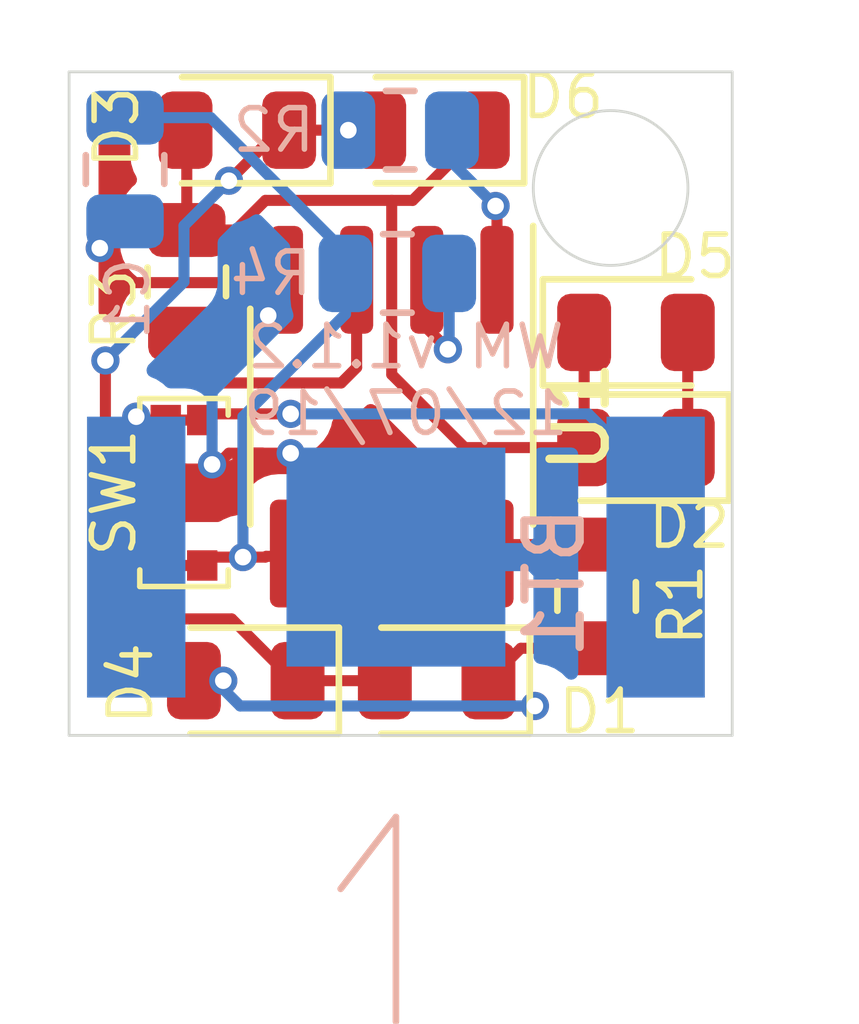
<source format=kicad_pcb>
(kicad_pcb (version 20171130) (host pcbnew "(5.1.2)-1")

  (general
    (thickness 1.6)
    (drawings 8)
    (tracks 105)
    (zones 0)
    (modules 14)
    (nets 13)
  )

  (page A4)
  (layers
    (0 F.Cu signal)
    (31 B.Cu signal)
    (32 B.Adhes user)
    (33 F.Adhes user)
    (34 B.Paste user)
    (35 F.Paste user)
    (36 B.SilkS user)
    (37 F.SilkS user)
    (38 B.Mask user)
    (39 F.Mask user)
    (40 Dwgs.User user hide)
    (41 Cmts.User user)
    (42 Eco1.User user hide)
    (43 Eco2.User user hide)
    (44 Edge.Cuts user)
    (45 Margin user)
    (46 B.CrtYd user)
    (47 F.CrtYd user)
    (48 B.Fab user hide)
    (49 F.Fab user hide)
  )

  (setup
    (last_trace_width 0.25)
    (user_trace_width 0.2)
    (trace_clearance 0.2)
    (zone_clearance 0.508)
    (zone_45_only no)
    (trace_min 0.2)
    (via_size 0.8)
    (via_drill 0.4)
    (via_min_size 0.4)
    (via_min_drill 0.3)
    (user_via 0.51 0.3)
    (uvia_size 0.3)
    (uvia_drill 0.1)
    (uvias_allowed no)
    (uvia_min_size 0.2)
    (uvia_min_drill 0.1)
    (edge_width 0.05)
    (segment_width 0.2)
    (pcb_text_width 0.3)
    (pcb_text_size 1.5 1.5)
    (mod_edge_width 0.12)
    (mod_text_size 1 1)
    (mod_text_width 0.15)
    (pad_size 1.524 1.524)
    (pad_drill 0.762)
    (pad_to_mask_clearance 0.051)
    (solder_mask_min_width 0.25)
    (aux_axis_origin 0 0)
    (visible_elements 7FFFFFFF)
    (pcbplotparams
      (layerselection 0x010fc_ffffffff)
      (usegerberextensions false)
      (usegerberattributes false)
      (usegerberadvancedattributes false)
      (creategerberjobfile false)
      (excludeedgelayer true)
      (linewidth 0.100000)
      (plotframeref false)
      (viasonmask false)
      (mode 1)
      (useauxorigin false)
      (hpglpennumber 1)
      (hpglpenspeed 20)
      (hpglpendiameter 15.000000)
      (psnegative false)
      (psa4output false)
      (plotreference true)
      (plotvalue true)
      (plotinvisibletext false)
      (padsonsilk false)
      (subtractmaskfromsilk false)
      (outputformat 1)
      (mirror false)
      (drillshape 1)
      (scaleselection 1)
      (outputdirectory ""))
  )

  (net 0 "")
  (net 1 "Net-(D1-Pad1)")
  (net 2 "Net-(D1-Pad2)")
  (net 3 "Net-(D2-Pad2)")
  (net 4 /GND)
  (net 5 "Net-(R1-Pad2)")
  (net 6 "Net-(R2-Pad2)")
  (net 7 "Net-(R3-Pad2)")
  (net 8 "Net-(R4-Pad2)")
  (net 9 /+3V)
  (net 10 "Net-(C1-Pad1)")
  (net 11 "Net-(U1-Pad3)")
  (net 12 "Net-(U1-Pad5)")

  (net_class Default "This is the default net class."
    (clearance 0.2)
    (trace_width 0.25)
    (via_dia 0.8)
    (via_drill 0.4)
    (uvia_dia 0.3)
    (uvia_drill 0.1)
    (add_net /+3V)
    (add_net /GND)
    (add_net "Net-(C1-Pad1)")
    (add_net "Net-(D1-Pad1)")
    (add_net "Net-(D1-Pad2)")
    (add_net "Net-(D2-Pad2)")
    (add_net "Net-(R1-Pad2)")
    (add_net "Net-(R2-Pad2)")
    (add_net "Net-(R3-Pad2)")
    (add_net "Net-(R4-Pad2)")
    (add_net "Net-(U1-Pad3)")
    (add_net "Net-(U1-Pad5)")
  )

  (module Package_SO:SOIC-8_3.9x4.9mm_P1.27mm (layer F.Cu) (tedit 5C97300E) (tstamp 5DEBE001)
    (at 170.7388 110.236 270)
    (descr "SOIC, 8 Pin (JEDEC MS-012AA, https://www.analog.com/media/en/package-pcb-resources/package/pkg_pdf/soic_narrow-r/r_8.pdf), generated with kicad-footprint-generator ipc_gullwing_generator.py")
    (tags "SOIC SO")
    (path /5DEBE77A)
    (attr smd)
    (fp_text reference U1 (at 0 -3.4 90) (layer F.SilkS)
      (effects (font (size 1 1) (thickness 0.15)))
    )
    (fp_text value ATtiny13A-SSU (at 0 3.4 90) (layer F.Fab)
      (effects (font (size 1 1) (thickness 0.15)))
    )
    (fp_text user %R (at 0 0 90) (layer F.Fab)
      (effects (font (size 0.98 0.98) (thickness 0.15)))
    )
    (fp_line (start 3.7 -2.7) (end -3.7 -2.7) (layer F.CrtYd) (width 0.05))
    (fp_line (start 3.7 2.7) (end 3.7 -2.7) (layer F.CrtYd) (width 0.05))
    (fp_line (start -3.7 2.7) (end 3.7 2.7) (layer F.CrtYd) (width 0.05))
    (fp_line (start -3.7 -2.7) (end -3.7 2.7) (layer F.CrtYd) (width 0.05))
    (fp_line (start -1.95 -1.475) (end -0.975 -2.45) (layer F.Fab) (width 0.1))
    (fp_line (start -1.95 2.45) (end -1.95 -1.475) (layer F.Fab) (width 0.1))
    (fp_line (start 1.95 2.45) (end -1.95 2.45) (layer F.Fab) (width 0.1))
    (fp_line (start 1.95 -2.45) (end 1.95 2.45) (layer F.Fab) (width 0.1))
    (fp_line (start -0.975 -2.45) (end 1.95 -2.45) (layer F.Fab) (width 0.1))
    (fp_line (start 0 -2.56) (end -3.45 -2.56) (layer F.SilkS) (width 0.12))
    (fp_line (start 0 -2.56) (end 1.95 -2.56) (layer F.SilkS) (width 0.12))
    (fp_line (start 0 2.56) (end -1.95 2.56) (layer F.SilkS) (width 0.12))
    (fp_line (start 0 2.56) (end 1.95 2.56) (layer F.SilkS) (width 0.12))
    (pad 8 smd roundrect (at 2.475 -1.905 270) (size 1.95 0.6) (layers F.Cu F.Paste F.Mask) (roundrect_rratio 0.25)
      (net 10 "Net-(C1-Pad1)"))
    (pad 7 smd roundrect (at 2.475 -0.635 270) (size 1.95 0.6) (layers F.Cu F.Paste F.Mask) (roundrect_rratio 0.25)
      (net 6 "Net-(R2-Pad2)"))
    (pad 6 smd roundrect (at 2.475 0.635 270) (size 1.95 0.6) (layers F.Cu F.Paste F.Mask) (roundrect_rratio 0.25)
      (net 5 "Net-(R1-Pad2)"))
    (pad 5 smd roundrect (at 2.475 1.905 270) (size 1.95 0.6) (layers F.Cu F.Paste F.Mask) (roundrect_rratio 0.25)
      (net 12 "Net-(U1-Pad5)"))
    (pad 4 smd roundrect (at -2.475 1.905 270) (size 1.95 0.6) (layers F.Cu F.Paste F.Mask) (roundrect_rratio 0.25)
      (net 4 /GND))
    (pad 3 smd roundrect (at -2.475 0.635 270) (size 1.95 0.6) (layers F.Cu F.Paste F.Mask) (roundrect_rratio 0.25)
      (net 11 "Net-(U1-Pad3)"))
    (pad 2 smd roundrect (at -2.475 -0.635 270) (size 1.95 0.6) (layers F.Cu F.Paste F.Mask) (roundrect_rratio 0.25)
      (net 7 "Net-(R3-Pad2)"))
    (pad 1 smd roundrect (at -2.475 -1.905 270) (size 1.95 0.6) (layers F.Cu F.Paste F.Mask) (roundrect_rratio 0.25)
      (net 8 "Net-(R4-Pad2)"))
    (model ${KISYS3DMOD}/Package_SO.3dshapes/SOIC-8_3.9x4.9mm_P1.27mm.wrl
      (at (xyz 0 0 0))
      (scale (xyz 1 1 1))
      (rotate (xyz 0 0 0))
    )
  )

  (module Battery:BatteryHolder_Keystone_2998_621_6.8x2.2mm (layer B.Cu) (tedit 5DEBD548) (tstamp 5DEBDBCE)
    (at 170.815 112.776)
    (path /5D707C8F)
    (fp_text reference BT1 (at 2.8702 0.4572 90) (layer B.SilkS)
      (effects (font (size 1 1) (thickness 0.15)) (justify mirror))
    )
    (fp_text value Battery_Cell (at 0.1 -6.4) (layer B.Fab)
      (effects (font (size 1 1) (thickness 0.15)) (justify mirror))
    )
    (fp_line (start 0 4.7) (end -1 6) (layer B.SilkS) (width 0.12))
    (fp_line (start 0 8.4) (end 0 4.7) (layer B.SilkS) (width 0.12))
    (pad 1 smd rect (at 4.7 0) (size 1.78 5.08) (layers B.Cu B.Paste B.Mask)
      (net 9 /+3V))
    (pad 1 smd rect (at -4.7 0) (size 1.78 5.08) (layers B.Cu B.Paste B.Mask)
      (net 9 /+3V))
    (pad 2 smd rect (at 0 0) (size 3.96 3.96) (layers B.Cu B.Paste B.Mask)
      (net 4 /GND))
  )

  (module Button_Switch_SMD:SW_Push_2.6x1.6x0.53mm_EVP-BB2A9B000 (layer F.Cu) (tedit 5D81324B) (tstamp 5DEBDCAA)
    (at 166.9796 111.6076 270)
    (path /5D820672)
    (fp_text reference SW1 (at 0 1.27 90) (layer F.SilkS)
      (effects (font (size 0.75 0.75) (thickness 0.1)))
    )
    (fp_text value SW_Push (at 0 -1.55 90) (layer F.Fab)
      (effects (font (size 1 1) (thickness 0.15)))
    )
    (fp_line (start -1.75 0.85) (end -1.75 -0.85) (layer F.CrtYd) (width 0.05))
    (fp_line (start 1.75 0.85) (end -1.75 0.85) (layer F.CrtYd) (width 0.05))
    (fp_line (start 1.75 -0.85) (end 1.75 0.85) (layer F.CrtYd) (width 0.05))
    (fp_line (start -1.75 -0.85) (end 1.75 -0.85) (layer F.CrtYd) (width 0.05))
    (fp_circle (center 0 0) (end 0.4 0) (layer F.Fab) (width 0.12))
    (fp_line (start 1 0.7) (end -1 0.7) (layer F.Fab) (width 0.12))
    (fp_line (start -1 -0.7) (end 1 -0.7) (layer F.Fab) (width 0.12))
    (fp_line (start 1.7 0.8) (end 1.4 0.8) (layer F.SilkS) (width 0.1))
    (fp_line (start 1.7 -0.8) (end 1.4 -0.8) (layer F.SilkS) (width 0.1))
    (fp_line (start 1.7 0.8) (end 1.7 -0.8) (layer F.SilkS) (width 0.1))
    (fp_line (start -1.7 -0.8) (end -1.4 -0.8) (layer F.SilkS) (width 0.1))
    (fp_line (start -1.7 0.8) (end -1.4 0.8) (layer F.SilkS) (width 0.1))
    (fp_line (start -1.7 -0.8) (end -1.7 0.8) (layer F.SilkS) (width 0.1))
    (pad 1 smd rect (at -1.31 -0.33 270) (size 0.55 0.55) (layers F.Cu F.Paste F.Mask)
      (net 9 /+3V))
    (pad 1 smd rect (at -1.31 0.33 270) (size 0.55 0.55) (layers F.Cu F.Paste F.Mask)
      (net 9 /+3V))
    (pad 2 smd rect (at 1.32 0.33 270) (size 0.55 0.55) (layers F.Cu F.Paste F.Mask)
      (net 10 "Net-(C1-Pad1)"))
    (pad 2 smd rect (at 1.32 -0.33 270) (size 0.55 0.55) (layers F.Cu F.Paste F.Mask)
      (net 10 "Net-(C1-Pad1)"))
  )

  (module Resistor_SMD:R_0805_2012Metric (layer B.Cu) (tedit 5B36C52B) (tstamp 5DEBDC95)
    (at 170.8404 107.6452)
    (descr "Resistor SMD 0805 (2012 Metric), square (rectangular) end terminal, IPC_7351 nominal, (Body size source: https://docs.google.com/spreadsheets/d/1BsfQQcO9C6DZCsRaXUlFlo91Tg2WpOkGARC1WS5S8t0/edit?usp=sharing), generated with kicad-footprint-generator")
    (tags resistor)
    (path /5D670F7E)
    (attr smd)
    (fp_text reference R4 (at -2.286 0) (layer B.SilkS)
      (effects (font (size 0.75 0.75) (thickness 0.1)) (justify mirror))
    )
    (fp_text value 10kR (at 0 -1.65) (layer B.Fab)
      (effects (font (size 1 1) (thickness 0.15)) (justify mirror))
    )
    (fp_text user %R (at 0 0) (layer B.Fab)
      (effects (font (size 0.5 0.5) (thickness 0.08)) (justify mirror))
    )
    (fp_line (start 1.68 -0.95) (end -1.68 -0.95) (layer B.CrtYd) (width 0.05))
    (fp_line (start 1.68 0.95) (end 1.68 -0.95) (layer B.CrtYd) (width 0.05))
    (fp_line (start -1.68 0.95) (end 1.68 0.95) (layer B.CrtYd) (width 0.05))
    (fp_line (start -1.68 -0.95) (end -1.68 0.95) (layer B.CrtYd) (width 0.05))
    (fp_line (start -0.258578 -0.71) (end 0.258578 -0.71) (layer B.SilkS) (width 0.12))
    (fp_line (start -0.258578 0.71) (end 0.258578 0.71) (layer B.SilkS) (width 0.12))
    (fp_line (start 1 -0.6) (end -1 -0.6) (layer B.Fab) (width 0.1))
    (fp_line (start 1 0.6) (end 1 -0.6) (layer B.Fab) (width 0.1))
    (fp_line (start -1 0.6) (end 1 0.6) (layer B.Fab) (width 0.1))
    (fp_line (start -1 -0.6) (end -1 0.6) (layer B.Fab) (width 0.1))
    (pad 2 smd roundrect (at 0.9375 0) (size 0.975 1.4) (layers B.Cu B.Paste B.Mask) (roundrect_rratio 0.25)
      (net 8 "Net-(R4-Pad2)"))
    (pad 1 smd roundrect (at -0.9375 0) (size 0.975 1.4) (layers B.Cu B.Paste B.Mask) (roundrect_rratio 0.25)
      (net 10 "Net-(C1-Pad1)"))
    (model ${KISYS3DMOD}/Resistor_SMD.3dshapes/R_0805_2012Metric.wrl
      (at (xyz 0 0 0))
      (scale (xyz 1 1 1))
      (rotate (xyz 0 0 0))
    )
  )

  (module Resistor_SMD:R_0805_2012Metric (layer F.Cu) (tedit 5B36C52B) (tstamp 5DEBDC84)
    (at 167.0304 107.7976 270)
    (descr "Resistor SMD 0805 (2012 Metric), square (rectangular) end terminal, IPC_7351 nominal, (Body size source: https://docs.google.com/spreadsheets/d/1BsfQQcO9C6DZCsRaXUlFlo91Tg2WpOkGARC1WS5S8t0/edit?usp=sharing), generated with kicad-footprint-generator")
    (tags resistor)
    (path /5D665427)
    (attr smd)
    (fp_text reference R3 (at 0.508 1.3208 90) (layer F.SilkS)
      (effects (font (size 0.75 0.75) (thickness 0.1)))
    )
    (fp_text value 220R (at 0 1.65 90) (layer F.Fab)
      (effects (font (size 1 1) (thickness 0.15)))
    )
    (fp_text user %R (at 0 0 90) (layer F.Fab)
      (effects (font (size 0.5 0.5) (thickness 0.08)))
    )
    (fp_line (start 1.68 0.95) (end -1.68 0.95) (layer F.CrtYd) (width 0.05))
    (fp_line (start 1.68 -0.95) (end 1.68 0.95) (layer F.CrtYd) (width 0.05))
    (fp_line (start -1.68 -0.95) (end 1.68 -0.95) (layer F.CrtYd) (width 0.05))
    (fp_line (start -1.68 0.95) (end -1.68 -0.95) (layer F.CrtYd) (width 0.05))
    (fp_line (start -0.258578 0.71) (end 0.258578 0.71) (layer F.SilkS) (width 0.12))
    (fp_line (start -0.258578 -0.71) (end 0.258578 -0.71) (layer F.SilkS) (width 0.12))
    (fp_line (start 1 0.6) (end -1 0.6) (layer F.Fab) (width 0.1))
    (fp_line (start 1 -0.6) (end 1 0.6) (layer F.Fab) (width 0.1))
    (fp_line (start -1 -0.6) (end 1 -0.6) (layer F.Fab) (width 0.1))
    (fp_line (start -1 0.6) (end -1 -0.6) (layer F.Fab) (width 0.1))
    (pad 2 smd roundrect (at 0.9375 0 270) (size 0.975 1.4) (layers F.Cu F.Paste F.Mask) (roundrect_rratio 0.25)
      (net 7 "Net-(R3-Pad2)"))
    (pad 1 smd roundrect (at -0.9375 0 270) (size 0.975 1.4) (layers F.Cu F.Paste F.Mask) (roundrect_rratio 0.25)
      (net 3 "Net-(D2-Pad2)"))
    (model ${KISYS3DMOD}/Resistor_SMD.3dshapes/R_0805_2012Metric.wrl
      (at (xyz 0 0 0))
      (scale (xyz 1 1 1))
      (rotate (xyz 0 0 0))
    )
  )

  (module Resistor_SMD:R_0805_2012Metric (layer B.Cu) (tedit 5B36C52B) (tstamp 5DEBDC73)
    (at 170.8912 105.0544)
    (descr "Resistor SMD 0805 (2012 Metric), square (rectangular) end terminal, IPC_7351 nominal, (Body size source: https://docs.google.com/spreadsheets/d/1BsfQQcO9C6DZCsRaXUlFlo91Tg2WpOkGARC1WS5S8t0/edit?usp=sharing), generated with kicad-footprint-generator")
    (tags resistor)
    (path /5D664E25)
    (attr smd)
    (fp_text reference R2 (at -2.286 0) (layer B.SilkS)
      (effects (font (size 0.75 0.75) (thickness 0.1)) (justify mirror))
    )
    (fp_text value 220R (at 0 -1.65) (layer B.Fab)
      (effects (font (size 1 1) (thickness 0.15)) (justify mirror))
    )
    (fp_text user %R (at 0 0) (layer B.Fab)
      (effects (font (size 0.5 0.5) (thickness 0.08)) (justify mirror))
    )
    (fp_line (start 1.68 -0.95) (end -1.68 -0.95) (layer B.CrtYd) (width 0.05))
    (fp_line (start 1.68 0.95) (end 1.68 -0.95) (layer B.CrtYd) (width 0.05))
    (fp_line (start -1.68 0.95) (end 1.68 0.95) (layer B.CrtYd) (width 0.05))
    (fp_line (start -1.68 -0.95) (end -1.68 0.95) (layer B.CrtYd) (width 0.05))
    (fp_line (start -0.258578 -0.71) (end 0.258578 -0.71) (layer B.SilkS) (width 0.12))
    (fp_line (start -0.258578 0.71) (end 0.258578 0.71) (layer B.SilkS) (width 0.12))
    (fp_line (start 1 -0.6) (end -1 -0.6) (layer B.Fab) (width 0.1))
    (fp_line (start 1 0.6) (end 1 -0.6) (layer B.Fab) (width 0.1))
    (fp_line (start -1 0.6) (end 1 0.6) (layer B.Fab) (width 0.1))
    (fp_line (start -1 -0.6) (end -1 0.6) (layer B.Fab) (width 0.1))
    (pad 2 smd roundrect (at 0.9375 0) (size 0.975 1.4) (layers B.Cu B.Paste B.Mask) (roundrect_rratio 0.25)
      (net 6 "Net-(R2-Pad2)"))
    (pad 1 smd roundrect (at -0.9375 0) (size 0.975 1.4) (layers B.Cu B.Paste B.Mask) (roundrect_rratio 0.25)
      (net 2 "Net-(D1-Pad2)"))
    (model ${KISYS3DMOD}/Resistor_SMD.3dshapes/R_0805_2012Metric.wrl
      (at (xyz 0 0 0))
      (scale (xyz 1 1 1))
      (rotate (xyz 0 0 0))
    )
  )

  (module Resistor_SMD:R_0805_2012Metric (layer F.Cu) (tedit 5B36C52B) (tstamp 5DEBDC62)
    (at 174.4472 113.4872 90)
    (descr "Resistor SMD 0805 (2012 Metric), square (rectangular) end terminal, IPC_7351 nominal, (Body size source: https://docs.google.com/spreadsheets/d/1BsfQQcO9C6DZCsRaXUlFlo91Tg2WpOkGARC1WS5S8t0/edit?usp=sharing), generated with kicad-footprint-generator")
    (tags resistor)
    (path /5D66058A)
    (attr smd)
    (fp_text reference R1 (at -0.1524 1.524 270) (layer F.SilkS)
      (effects (font (size 0.75 0.75) (thickness 0.1)))
    )
    (fp_text value 220R (at 0 1.65 270) (layer F.Fab)
      (effects (font (size 1 1) (thickness 0.15)))
    )
    (fp_text user %R (at 0 0 270) (layer F.Fab)
      (effects (font (size 0.5 0.5) (thickness 0.08)))
    )
    (fp_line (start 1.68 0.95) (end -1.68 0.95) (layer F.CrtYd) (width 0.05))
    (fp_line (start 1.68 -0.95) (end 1.68 0.95) (layer F.CrtYd) (width 0.05))
    (fp_line (start -1.68 -0.95) (end 1.68 -0.95) (layer F.CrtYd) (width 0.05))
    (fp_line (start -1.68 0.95) (end -1.68 -0.95) (layer F.CrtYd) (width 0.05))
    (fp_line (start -0.258578 0.71) (end 0.258578 0.71) (layer F.SilkS) (width 0.12))
    (fp_line (start -0.258578 -0.71) (end 0.258578 -0.71) (layer F.SilkS) (width 0.12))
    (fp_line (start 1 0.6) (end -1 0.6) (layer F.Fab) (width 0.1))
    (fp_line (start 1 -0.6) (end 1 0.6) (layer F.Fab) (width 0.1))
    (fp_line (start -1 -0.6) (end 1 -0.6) (layer F.Fab) (width 0.1))
    (fp_line (start -1 0.6) (end -1 -0.6) (layer F.Fab) (width 0.1))
    (pad 2 smd roundrect (at 0.9375 0 90) (size 0.975 1.4) (layers F.Cu F.Paste F.Mask) (roundrect_rratio 0.25)
      (net 5 "Net-(R1-Pad2)"))
    (pad 1 smd roundrect (at -0.9375 0 90) (size 0.975 1.4) (layers F.Cu F.Paste F.Mask) (roundrect_rratio 0.25)
      (net 1 "Net-(D1-Pad1)"))
    (model ${KISYS3DMOD}/Resistor_SMD.3dshapes/R_0805_2012Metric.wrl
      (at (xyz 0 0 0))
      (scale (xyz 1 1 1))
      (rotate (xyz 0 0 0))
    )
  )

  (module LED_SMD:LED_0805_2012Metric (layer F.Cu) (tedit 5B36C52C) (tstamp 5DEBDC51)
    (at 171.45 105.0544 180)
    (descr "LED SMD 0805 (2012 Metric), square (rectangular) end terminal, IPC_7351 nominal, (Body size source: https://docs.google.com/spreadsheets/d/1BsfQQcO9C6DZCsRaXUlFlo91Tg2WpOkGARC1WS5S8t0/edit?usp=sharing), generated with kicad-footprint-generator")
    (tags diode)
    (path /5D642521)
    (attr smd)
    (fp_text reference D6 (at -2.3876 0.6096) (layer F.SilkS)
      (effects (font (size 0.75 0.75) (thickness 0.1)))
    )
    (fp_text value LED (at 0 1.65) (layer F.Fab)
      (effects (font (size 1 1) (thickness 0.15)))
    )
    (fp_text user %R (at 0 0) (layer F.Fab)
      (effects (font (size 0.5 0.5) (thickness 0.08)))
    )
    (fp_line (start 1.68 0.95) (end -1.68 0.95) (layer F.CrtYd) (width 0.05))
    (fp_line (start 1.68 -0.95) (end 1.68 0.95) (layer F.CrtYd) (width 0.05))
    (fp_line (start -1.68 -0.95) (end 1.68 -0.95) (layer F.CrtYd) (width 0.05))
    (fp_line (start -1.68 0.95) (end -1.68 -0.95) (layer F.CrtYd) (width 0.05))
    (fp_line (start -1.685 0.96) (end 1 0.96) (layer F.SilkS) (width 0.12))
    (fp_line (start -1.685 -0.96) (end -1.685 0.96) (layer F.SilkS) (width 0.12))
    (fp_line (start 1 -0.96) (end -1.685 -0.96) (layer F.SilkS) (width 0.12))
    (fp_line (start 1 0.6) (end 1 -0.6) (layer F.Fab) (width 0.1))
    (fp_line (start -1 0.6) (end 1 0.6) (layer F.Fab) (width 0.1))
    (fp_line (start -1 -0.3) (end -1 0.6) (layer F.Fab) (width 0.1))
    (fp_line (start -0.7 -0.6) (end -1 -0.3) (layer F.Fab) (width 0.1))
    (fp_line (start 1 -0.6) (end -0.7 -0.6) (layer F.Fab) (width 0.1))
    (pad 2 smd roundrect (at 0.9375 0 180) (size 0.975 1.4) (layers F.Cu F.Paste F.Mask) (roundrect_rratio 0.25)
      (net 2 "Net-(D1-Pad2)"))
    (pad 1 smd roundrect (at -0.9375 0 180) (size 0.975 1.4) (layers F.Cu F.Paste F.Mask) (roundrect_rratio 0.25)
      (net 3 "Net-(D2-Pad2)"))
    (model ${KISYS3DMOD}/LED_SMD.3dshapes/LED_0805_2012Metric.wrl
      (at (xyz 0 0 0))
      (scale (xyz 1 1 1))
      (rotate (xyz 0 0 0))
    )
  )

  (module LED_SMD:LED_0805_2012Metric (layer F.Cu) (tedit 5B36C52C) (tstamp 5DEBDC3E)
    (at 175.1584 108.712)
    (descr "LED SMD 0805 (2012 Metric), square (rectangular) end terminal, IPC_7351 nominal, (Body size source: https://docs.google.com/spreadsheets/d/1BsfQQcO9C6DZCsRaXUlFlo91Tg2WpOkGARC1WS5S8t0/edit?usp=sharing), generated with kicad-footprint-generator")
    (tags diode)
    (path /5D642DEB)
    (attr smd)
    (fp_text reference D5 (at 1.0668 -1.3716) (layer F.SilkS)
      (effects (font (size 0.75 0.75) (thickness 0.1)))
    )
    (fp_text value LED (at 0 1.65) (layer F.Fab)
      (effects (font (size 1 1) (thickness 0.15)))
    )
    (fp_text user %R (at 0 0) (layer F.Fab)
      (effects (font (size 0.5 0.5) (thickness 0.08)))
    )
    (fp_line (start 1.68 0.95) (end -1.68 0.95) (layer F.CrtYd) (width 0.05))
    (fp_line (start 1.68 -0.95) (end 1.68 0.95) (layer F.CrtYd) (width 0.05))
    (fp_line (start -1.68 -0.95) (end 1.68 -0.95) (layer F.CrtYd) (width 0.05))
    (fp_line (start -1.68 0.95) (end -1.68 -0.95) (layer F.CrtYd) (width 0.05))
    (fp_line (start -1.685 0.96) (end 1 0.96) (layer F.SilkS) (width 0.12))
    (fp_line (start -1.685 -0.96) (end -1.685 0.96) (layer F.SilkS) (width 0.12))
    (fp_line (start 1 -0.96) (end -1.685 -0.96) (layer F.SilkS) (width 0.12))
    (fp_line (start 1 0.6) (end 1 -0.6) (layer F.Fab) (width 0.1))
    (fp_line (start -1 0.6) (end 1 0.6) (layer F.Fab) (width 0.1))
    (fp_line (start -1 -0.3) (end -1 0.6) (layer F.Fab) (width 0.1))
    (fp_line (start -0.7 -0.6) (end -1 -0.3) (layer F.Fab) (width 0.1))
    (fp_line (start 1 -0.6) (end -0.7 -0.6) (layer F.Fab) (width 0.1))
    (pad 2 smd roundrect (at 0.9375 0) (size 0.975 1.4) (layers F.Cu F.Paste F.Mask) (roundrect_rratio 0.25)
      (net 1 "Net-(D1-Pad1)"))
    (pad 1 smd roundrect (at -0.9375 0) (size 0.975 1.4) (layers F.Cu F.Paste F.Mask) (roundrect_rratio 0.25)
      (net 3 "Net-(D2-Pad2)"))
    (model ${KISYS3DMOD}/LED_SMD.3dshapes/LED_0805_2012Metric.wrl
      (at (xyz 0 0 0))
      (scale (xyz 1 1 1))
      (rotate (xyz 0 0 0))
    )
  )

  (module LED_SMD:LED_0805_2012Metric (layer F.Cu) (tedit 5B36C52C) (tstamp 5DEBDC2B)
    (at 168.0972 115.0112 180)
    (descr "LED SMD 0805 (2012 Metric), square (rectangular) end terminal, IPC_7351 nominal, (Body size source: https://docs.google.com/spreadsheets/d/1BsfQQcO9C6DZCsRaXUlFlo91Tg2WpOkGARC1WS5S8t0/edit?usp=sharing), generated with kicad-footprint-generator")
    (tags diode)
    (path /5D6434EF)
    (attr smd)
    (fp_text reference D4 (at 2.0828 -0.0508 90) (layer F.SilkS)
      (effects (font (size 0.75 0.75) (thickness 0.1)))
    )
    (fp_text value LED (at 0 1.65) (layer F.Fab)
      (effects (font (size 1 1) (thickness 0.15)))
    )
    (fp_text user %R (at 0 0) (layer F.Fab)
      (effects (font (size 0.5 0.5) (thickness 0.08)))
    )
    (fp_line (start 1.68 0.95) (end -1.68 0.95) (layer F.CrtYd) (width 0.05))
    (fp_line (start 1.68 -0.95) (end 1.68 0.95) (layer F.CrtYd) (width 0.05))
    (fp_line (start -1.68 -0.95) (end 1.68 -0.95) (layer F.CrtYd) (width 0.05))
    (fp_line (start -1.68 0.95) (end -1.68 -0.95) (layer F.CrtYd) (width 0.05))
    (fp_line (start -1.685 0.96) (end 1 0.96) (layer F.SilkS) (width 0.12))
    (fp_line (start -1.685 -0.96) (end -1.685 0.96) (layer F.SilkS) (width 0.12))
    (fp_line (start 1 -0.96) (end -1.685 -0.96) (layer F.SilkS) (width 0.12))
    (fp_line (start 1 0.6) (end 1 -0.6) (layer F.Fab) (width 0.1))
    (fp_line (start -1 0.6) (end 1 0.6) (layer F.Fab) (width 0.1))
    (fp_line (start -1 -0.3) (end -1 0.6) (layer F.Fab) (width 0.1))
    (fp_line (start -0.7 -0.6) (end -1 -0.3) (layer F.Fab) (width 0.1))
    (fp_line (start 1 -0.6) (end -0.7 -0.6) (layer F.Fab) (width 0.1))
    (pad 2 smd roundrect (at 0.9375 0 180) (size 0.975 1.4) (layers F.Cu F.Paste F.Mask) (roundrect_rratio 0.25)
      (net 1 "Net-(D1-Pad1)"))
    (pad 1 smd roundrect (at -0.9375 0 180) (size 0.975 1.4) (layers F.Cu F.Paste F.Mask) (roundrect_rratio 0.25)
      (net 2 "Net-(D1-Pad2)"))
    (model ${KISYS3DMOD}/LED_SMD.3dshapes/LED_0805_2012Metric.wrl
      (at (xyz 0 0 0))
      (scale (xyz 1 1 1))
      (rotate (xyz 0 0 0))
    )
  )

  (module LED_SMD:LED_0805_2012Metric (layer F.Cu) (tedit 5B36C52C) (tstamp 5DEBDC18)
    (at 167.9448 105.0544 180)
    (descr "LED SMD 0805 (2012 Metric), square (rectangular) end terminal, IPC_7351 nominal, (Body size source: https://docs.google.com/spreadsheets/d/1BsfQQcO9C6DZCsRaXUlFlo91Tg2WpOkGARC1WS5S8t0/edit?usp=sharing), generated with kicad-footprint-generator")
    (tags diode)
    (path /5D643360)
    (attr smd)
    (fp_text reference D3 (at 2.1844 0.0508 90) (layer F.SilkS)
      (effects (font (size 0.75 0.75) (thickness 0.1)))
    )
    (fp_text value LED (at 0 1.65) (layer F.Fab)
      (effects (font (size 1 1) (thickness 0.15)))
    )
    (fp_text user %R (at 0 0) (layer F.Fab)
      (effects (font (size 0.5 0.5) (thickness 0.08)))
    )
    (fp_line (start 1.68 0.95) (end -1.68 0.95) (layer F.CrtYd) (width 0.05))
    (fp_line (start 1.68 -0.95) (end 1.68 0.95) (layer F.CrtYd) (width 0.05))
    (fp_line (start -1.68 -0.95) (end 1.68 -0.95) (layer F.CrtYd) (width 0.05))
    (fp_line (start -1.68 0.95) (end -1.68 -0.95) (layer F.CrtYd) (width 0.05))
    (fp_line (start -1.685 0.96) (end 1 0.96) (layer F.SilkS) (width 0.12))
    (fp_line (start -1.685 -0.96) (end -1.685 0.96) (layer F.SilkS) (width 0.12))
    (fp_line (start 1 -0.96) (end -1.685 -0.96) (layer F.SilkS) (width 0.12))
    (fp_line (start 1 0.6) (end 1 -0.6) (layer F.Fab) (width 0.1))
    (fp_line (start -1 0.6) (end 1 0.6) (layer F.Fab) (width 0.1))
    (fp_line (start -1 -0.3) (end -1 0.6) (layer F.Fab) (width 0.1))
    (fp_line (start -0.7 -0.6) (end -1 -0.3) (layer F.Fab) (width 0.1))
    (fp_line (start 1 -0.6) (end -0.7 -0.6) (layer F.Fab) (width 0.1))
    (pad 2 smd roundrect (at 0.9375 0 180) (size 0.975 1.4) (layers F.Cu F.Paste F.Mask) (roundrect_rratio 0.25)
      (net 3 "Net-(D2-Pad2)"))
    (pad 1 smd roundrect (at -0.9375 0 180) (size 0.975 1.4) (layers F.Cu F.Paste F.Mask) (roundrect_rratio 0.25)
      (net 2 "Net-(D1-Pad2)"))
    (model ${KISYS3DMOD}/LED_SMD.3dshapes/LED_0805_2012Metric.wrl
      (at (xyz 0 0 0))
      (scale (xyz 1 1 1))
      (rotate (xyz 0 0 0))
    )
  )

  (module LED_SMD:LED_0805_2012Metric (layer F.Cu) (tedit 5B36C52C) (tstamp 5DEBDC05)
    (at 175.1584 110.7948 180)
    (descr "LED SMD 0805 (2012 Metric), square (rectangular) end terminal, IPC_7351 nominal, (Body size source: https://docs.google.com/spreadsheets/d/1BsfQQcO9C6DZCsRaXUlFlo91Tg2WpOkGARC1WS5S8t0/edit?usp=sharing), generated with kicad-footprint-generator")
    (tags diode)
    (path /5D642A70)
    (attr smd)
    (fp_text reference D2 (at -0.9652 -1.4224) (layer F.SilkS)
      (effects (font (size 0.75 0.75) (thickness 0.1)))
    )
    (fp_text value LED (at 0 1.65) (layer F.Fab)
      (effects (font (size 1 1) (thickness 0.15)))
    )
    (fp_text user %R (at 0 0) (layer F.Fab)
      (effects (font (size 0.5 0.5) (thickness 0.08)))
    )
    (fp_line (start 1.68 0.95) (end -1.68 0.95) (layer F.CrtYd) (width 0.05))
    (fp_line (start 1.68 -0.95) (end 1.68 0.95) (layer F.CrtYd) (width 0.05))
    (fp_line (start -1.68 -0.95) (end 1.68 -0.95) (layer F.CrtYd) (width 0.05))
    (fp_line (start -1.68 0.95) (end -1.68 -0.95) (layer F.CrtYd) (width 0.05))
    (fp_line (start -1.685 0.96) (end 1 0.96) (layer F.SilkS) (width 0.12))
    (fp_line (start -1.685 -0.96) (end -1.685 0.96) (layer F.SilkS) (width 0.12))
    (fp_line (start 1 -0.96) (end -1.685 -0.96) (layer F.SilkS) (width 0.12))
    (fp_line (start 1 0.6) (end 1 -0.6) (layer F.Fab) (width 0.1))
    (fp_line (start -1 0.6) (end 1 0.6) (layer F.Fab) (width 0.1))
    (fp_line (start -1 -0.3) (end -1 0.6) (layer F.Fab) (width 0.1))
    (fp_line (start -0.7 -0.6) (end -1 -0.3) (layer F.Fab) (width 0.1))
    (fp_line (start 1 -0.6) (end -0.7 -0.6) (layer F.Fab) (width 0.1))
    (pad 2 smd roundrect (at 0.9375 0 180) (size 0.975 1.4) (layers F.Cu F.Paste F.Mask) (roundrect_rratio 0.25)
      (net 3 "Net-(D2-Pad2)"))
    (pad 1 smd roundrect (at -0.9375 0 180) (size 0.975 1.4) (layers F.Cu F.Paste F.Mask) (roundrect_rratio 0.25)
      (net 1 "Net-(D1-Pad1)"))
    (model ${KISYS3DMOD}/LED_SMD.3dshapes/LED_0805_2012Metric.wrl
      (at (xyz 0 0 0))
      (scale (xyz 1 1 1))
      (rotate (xyz 0 0 0))
    )
  )

  (module LED_SMD:LED_0805_2012Metric (layer F.Cu) (tedit 5B36C52C) (tstamp 5DEBDBF2)
    (at 171.5516 115.0112 180)
    (descr "LED SMD 0805 (2012 Metric), square (rectangular) end terminal, IPC_7351 nominal, (Body size source: https://docs.google.com/spreadsheets/d/1BsfQQcO9C6DZCsRaXUlFlo91Tg2WpOkGARC1WS5S8t0/edit?usp=sharing), generated with kicad-footprint-generator")
    (tags diode)
    (path /5D6404FA)
    (attr smd)
    (fp_text reference D1 (at -2.9464 -0.5588 180) (layer F.SilkS)
      (effects (font (size 0.75 0.75) (thickness 0.1)))
    )
    (fp_text value LED (at 0 1.65) (layer F.Fab)
      (effects (font (size 1 1) (thickness 0.15)))
    )
    (fp_text user %R (at 0 0) (layer F.Fab)
      (effects (font (size 0.5 0.5) (thickness 0.08)))
    )
    (fp_line (start 1.68 0.95) (end -1.68 0.95) (layer F.CrtYd) (width 0.05))
    (fp_line (start 1.68 -0.95) (end 1.68 0.95) (layer F.CrtYd) (width 0.05))
    (fp_line (start -1.68 -0.95) (end 1.68 -0.95) (layer F.CrtYd) (width 0.05))
    (fp_line (start -1.68 0.95) (end -1.68 -0.95) (layer F.CrtYd) (width 0.05))
    (fp_line (start -1.685 0.96) (end 1 0.96) (layer F.SilkS) (width 0.12))
    (fp_line (start -1.685 -0.96) (end -1.685 0.96) (layer F.SilkS) (width 0.12))
    (fp_line (start 1 -0.96) (end -1.685 -0.96) (layer F.SilkS) (width 0.12))
    (fp_line (start 1 0.6) (end 1 -0.6) (layer F.Fab) (width 0.1))
    (fp_line (start -1 0.6) (end 1 0.6) (layer F.Fab) (width 0.1))
    (fp_line (start -1 -0.3) (end -1 0.6) (layer F.Fab) (width 0.1))
    (fp_line (start -0.7 -0.6) (end -1 -0.3) (layer F.Fab) (width 0.1))
    (fp_line (start 1 -0.6) (end -0.7 -0.6) (layer F.Fab) (width 0.1))
    (pad 2 smd roundrect (at 0.9375 0 180) (size 0.975 1.4) (layers F.Cu F.Paste F.Mask) (roundrect_rratio 0.25)
      (net 2 "Net-(D1-Pad2)"))
    (pad 1 smd roundrect (at -0.9375 0 180) (size 0.975 1.4) (layers F.Cu F.Paste F.Mask) (roundrect_rratio 0.25)
      (net 1 "Net-(D1-Pad1)"))
    (model ${KISYS3DMOD}/LED_SMD.3dshapes/LED_0805_2012Metric.wrl
      (at (xyz 0 0 0))
      (scale (xyz 1 1 1))
      (rotate (xyz 0 0 0))
    )
  )

  (module Capacitor_SMD:C_0805_2012Metric (layer B.Cu) (tedit 5B36C52B) (tstamp 5DEBDBDF)
    (at 165.9128 105.7656 270)
    (descr "Capacitor SMD 0805 (2012 Metric), square (rectangular) end terminal, IPC_7351 nominal, (Body size source: https://docs.google.com/spreadsheets/d/1BsfQQcO9C6DZCsRaXUlFlo91Tg2WpOkGARC1WS5S8t0/edit?usp=sharing), generated with kicad-footprint-generator")
    (tags capacitor)
    (path /5D670924)
    (attr smd)
    (fp_text reference C1 (at 2.3368 -0.0508 90) (layer B.SilkS)
      (effects (font (size 0.75 0.75) (thickness 0.1)) (justify mirror))
    )
    (fp_text value 0.1uF (at 0 -1.65 90) (layer B.Fab)
      (effects (font (size 1 1) (thickness 0.15)) (justify mirror))
    )
    (fp_text user %R (at 0 0 90) (layer B.Fab)
      (effects (font (size 0.5 0.5) (thickness 0.08)) (justify mirror))
    )
    (fp_line (start 1.68 -0.95) (end -1.68 -0.95) (layer B.CrtYd) (width 0.05))
    (fp_line (start 1.68 0.95) (end 1.68 -0.95) (layer B.CrtYd) (width 0.05))
    (fp_line (start -1.68 0.95) (end 1.68 0.95) (layer B.CrtYd) (width 0.05))
    (fp_line (start -1.68 -0.95) (end -1.68 0.95) (layer B.CrtYd) (width 0.05))
    (fp_line (start -0.258578 -0.71) (end 0.258578 -0.71) (layer B.SilkS) (width 0.12))
    (fp_line (start -0.258578 0.71) (end 0.258578 0.71) (layer B.SilkS) (width 0.12))
    (fp_line (start 1 -0.6) (end -1 -0.6) (layer B.Fab) (width 0.1))
    (fp_line (start 1 0.6) (end 1 -0.6) (layer B.Fab) (width 0.1))
    (fp_line (start -1 0.6) (end 1 0.6) (layer B.Fab) (width 0.1))
    (fp_line (start -1 -0.6) (end -1 0.6) (layer B.Fab) (width 0.1))
    (pad 2 smd roundrect (at 0.9375 0 270) (size 0.975 1.4) (layers B.Cu B.Paste B.Mask) (roundrect_rratio 0.25)
      (net 4 /GND))
    (pad 1 smd roundrect (at -0.9375 0 270) (size 0.975 1.4) (layers B.Cu B.Paste B.Mask) (roundrect_rratio 0.25)
      (net 10 "Net-(C1-Pad1)"))
    (model ${KISYS3DMOD}/Capacitor_SMD.3dshapes/C_0805_2012Metric.wrl
      (at (xyz 0 0 0))
      (scale (xyz 1 1 1))
      (rotate (xyz 0 0 0))
    )
  )

  (gr_text "WM v1.1.2\n12/07/19" (at 170.9928 109.5756) (layer B.SilkS)
    (effects (font (size 0.75 0.75) (thickness 0.1)) (justify mirror))
  )
  (gr_circle (center 174.7 106.1) (end 176.1 106.1) (layer Edge.Cuts) (width 0.05))
  (dimension 12 (width 0.15) (layer Dwgs.User)
    (gr_text "12.000 mm" (at 179.3 110 270) (layer Dwgs.User)
      (effects (font (size 1 1) (thickness 0.15)))
    )
    (feature1 (pts (xy 176.9 116) (xy 178.586421 116)))
    (feature2 (pts (xy 176.9 104) (xy 178.586421 104)))
    (crossbar (pts (xy 178 104) (xy 178 116)))
    (arrow1a (pts (xy 178 116) (xy 177.413579 114.873496)))
    (arrow1b (pts (xy 178 116) (xy 178.586421 114.873496)))
    (arrow2a (pts (xy 178 104) (xy 177.413579 105.126504)))
    (arrow2b (pts (xy 178 104) (xy 178.586421 105.126504)))
  )
  (dimension 12 (width 0.15) (layer Dwgs.User)
    (gr_text "12.000 mm" (at 170.9 101.6) (layer Dwgs.User)
      (effects (font (size 1 1) (thickness 0.15)))
    )
    (feature1 (pts (xy 176.9 104) (xy 176.9 102.313579)))
    (feature2 (pts (xy 164.9 104) (xy 164.9 102.313579)))
    (crossbar (pts (xy 164.9 102.9) (xy 176.9 102.9)))
    (arrow1a (pts (xy 176.9 102.9) (xy 175.773496 103.486421)))
    (arrow1b (pts (xy 176.9 102.9) (xy 175.773496 102.313579)))
    (arrow2a (pts (xy 164.9 102.9) (xy 166.026504 103.486421)))
    (arrow2b (pts (xy 164.9 102.9) (xy 166.026504 102.313579)))
  )
  (gr_line (start 164.9 116) (end 164.9 104) (layer Edge.Cuts) (width 0.05) (tstamp 5D6563F8))
  (gr_line (start 176.9 116) (end 164.9 116) (layer Edge.Cuts) (width 0.05))
  (gr_line (start 176.9 104) (end 176.9 116) (layer Edge.Cuts) (width 0.05))
  (gr_line (start 164.9 104) (end 176.9 104) (layer Edge.Cuts) (width 0.05))

  (segment (start 173.0756 114.4247) (end 172.4891 115.0112) (width 0.2) (layer F.Cu) (net 1))
  (segment (start 174.4472 114.4247) (end 173.0756 114.4247) (width 0.2) (layer F.Cu) (net 1))
  (segment (start 174.4472 114.4247) (end 175.2369 114.4247) (width 0.2) (layer F.Cu) (net 1))
  (segment (start 176.0959 113.5657) (end 176.0959 110.7948) (width 0.2) (layer F.Cu) (net 1))
  (segment (start 175.2369 114.4247) (end 176.0959 113.5657) (width 0.2) (layer F.Cu) (net 1))
  (segment (start 176.0959 108.712) (end 176.0959 110.7948) (width 0.2) (layer F.Cu) (net 1))
  (via (at 167.6908 115.0112) (size 0.51) (drill 0.3) (layers F.Cu B.Cu) (net 1))
  (segment (start 167.1597 115.0112) (end 167.6908 115.0112) (width 0.2) (layer F.Cu) (net 1))
  (segment (start 167.6908 115.0112) (end 167.6908 115.1636) (width 0.2) (layer B.Cu) (net 1))
  (via (at 173.3296 115.4684) (size 0.51) (drill 0.3) (layers F.Cu B.Cu) (net 1))
  (segment (start 167.6908 115.1636) (end 167.9956 115.4684) (width 0.2) (layer B.Cu) (net 1))
  (segment (start 167.9956 115.4684) (end 173.3296 115.4684) (width 0.2) (layer B.Cu) (net 1))
  (segment (start 172.9463 115.4684) (end 172.4891 115.0112) (width 0.2) (layer F.Cu) (net 1))
  (segment (start 173.3296 115.4684) (end 172.9463 115.4684) (width 0.2) (layer F.Cu) (net 1))
  (segment (start 168.8823 105.0544) (end 170.5125 105.0544) (width 0.2) (layer F.Cu) (net 2))
  (segment (start 170.6141 115.0112) (end 169.0347 115.0112) (width 0.2) (layer F.Cu) (net 2))
  (via (at 167.7924 105.9688) (size 0.51) (drill 0.3) (layers F.Cu B.Cu) (net 2))
  (segment (start 166.9796 107.7976) (end 166.9796 106.7816) (width 0.2) (layer B.Cu) (net 2))
  (segment (start 166.9796 106.7816) (end 167.7924 105.9688) (width 0.2) (layer B.Cu) (net 2))
  (segment (start 168.7068 105.0544) (end 168.8823 105.0544) (width 0.2) (layer F.Cu) (net 2))
  (segment (start 167.7924 105.9688) (end 168.7068 105.0544) (width 0.2) (layer F.Cu) (net 2))
  (segment (start 166.3192 108.458) (end 166.9796 107.7976) (width 0.2) (layer B.Cu) (net 2))
  (segment (start 170.5125 105.0544) (end 170.5125 104.7265) (width 0.2) (layer F.Cu) (net 2))
  (segment (start 169.9537 105.0544) (end 169.9537 104.5187) (width 0.2) (layer B.Cu) (net 2))
  (via (at 165.5572 109.22) (size 0.51) (drill 0.3) (layers F.Cu B.Cu) (net 2))
  (segment (start 166.3192 108.458) (end 165.5572 109.22) (width 0.2) (layer B.Cu) (net 2))
  (segment (start 168.9608 115.0112) (end 169.0347 115.0112) (width 0.2) (layer F.Cu) (net 2))
  (segment (start 167.8432 113.8936) (end 168.9608 115.0112) (width 0.2) (layer F.Cu) (net 2))
  (segment (start 166.0144 113.8936) (end 167.8432 113.8936) (width 0.2) (layer F.Cu) (net 2))
  (segment (start 165.5572 109.22) (end 165.5572 113.4364) (width 0.2) (layer F.Cu) (net 2))
  (segment (start 165.5572 113.4364) (end 166.0144 113.8936) (width 0.2) (layer F.Cu) (net 2))
  (via (at 169.9537 105.0544) (size 0.51) (drill 0.3) (layers F.Cu B.Cu) (net 2))
  (segment (start 170.5125 105.0544) (end 169.9537 105.0544) (width 0.2) (layer F.Cu) (net 2))
  (segment (start 167.0304 105.0775) (end 167.0073 105.0544) (width 0.2) (layer F.Cu) (net 3))
  (segment (start 167.0304 106.8601) (end 167.0304 105.0775) (width 0.2) (layer F.Cu) (net 3))
  (segment (start 167.0304 106.8601) (end 167.9171 106.8601) (width 0.2) (layer F.Cu) (net 3))
  (segment (start 167.9171 106.8601) (end 168.4528 106.3244) (width 0.2) (layer F.Cu) (net 3))
  (segment (start 171.1175 106.3244) (end 172.3875 105.0544) (width 0.2) (layer F.Cu) (net 3))
  (segment (start 174.2209 108.712) (end 174.2209 110.7948) (width 0.2) (layer F.Cu) (net 3))
  (segment (start 174.2209 110.7948) (end 172.0596 110.7948) (width 0.2) (layer F.Cu) (net 3))
  (segment (start 170.7388 109.474) (end 170.7388 106.3244) (width 0.2) (layer F.Cu) (net 3))
  (segment (start 172.0596 110.7948) (end 170.7388 109.474) (width 0.2) (layer F.Cu) (net 3))
  (segment (start 168.4528 106.3244) (end 170.7388 106.3244) (width 0.2) (layer F.Cu) (net 3))
  (segment (start 170.7388 106.3244) (end 171.1175 106.3244) (width 0.2) (layer F.Cu) (net 3))
  (via (at 168.91 110.8964) (size 0.51) (drill 0.3) (layers F.Cu B.Cu) (net 4))
  (segment (start 168.8338 107.8118) (end 168.1622 107.8118) (width 0.2) (layer F.Cu) (net 4))
  (segment (start 168.1622 107.8118) (end 168.148 107.7976) (width 0.2) (layer F.Cu) (net 4))
  (segment (start 168.91 110.8964) (end 167.7924 110.8964) (width 0.2) (layer F.Cu) (net 4))
  (segment (start 167.7924 110.8964) (end 167.6908 110.998) (width 0.2) (layer F.Cu) (net 4))
  (via (at 167.4876 111.0996) (size 0.51) (drill 0.3) (layers F.Cu B.Cu) (net 4))
  (segment (start 167.6908 110.998) (end 167.5892 110.998) (width 0.2) (layer F.Cu) (net 4))
  (segment (start 167.5892 110.998) (end 167.4876 111.0996) (width 0.2) (layer F.Cu) (net 4))
  (via (at 165.4556 107.188) (size 0.51) (drill 0.3) (layers F.Cu B.Cu) (net 4))
  (segment (start 168.1622 107.8118) (end 166.0794 107.8118) (width 0.2) (layer F.Cu) (net 4))
  (segment (start 166.0794 107.8118) (end 165.4556 107.188) (width 0.2) (layer F.Cu) (net 4))
  (segment (start 165.9128 106.7308) (end 165.9128 106.7031) (width 0.2) (layer B.Cu) (net 4))
  (segment (start 165.4556 107.188) (end 165.9128 106.7308) (width 0.2) (layer B.Cu) (net 4))
  (via (at 168.5036 108.4072) (size 0.51) (drill 0.3) (layers F.Cu B.Cu) (net 4))
  (segment (start 168.8338 107.8118) (end 168.8338 108.077) (width 0.2) (layer F.Cu) (net 4))
  (segment (start 168.8338 108.077) (end 168.5036 108.4072) (width 0.2) (layer F.Cu) (net 4))
  (segment (start 167.4876 109.4232) (end 167.4876 111.0996) (width 0.2) (layer B.Cu) (net 4))
  (segment (start 168.5036 108.4072) (end 167.4876 109.4232) (width 0.2) (layer B.Cu) (net 4))
  (segment (start 172.8559 112.5497) (end 172.6438 112.7618) (width 0.2) (layer F.Cu) (net 5))
  (segment (start 174.4472 112.5497) (end 172.8559 112.5497) (width 0.2) (layer F.Cu) (net 5))
  (via (at 172.6184 106.426) (size 0.51) (drill 0.3) (layers F.Cu B.Cu) (net 6))
  (segment (start 172.6438 107.8118) (end 172.6438 106.4514) (width 0.2) (layer F.Cu) (net 6))
  (segment (start 172.6438 106.4514) (end 172.6184 106.426) (width 0.2) (layer F.Cu) (net 6))
  (segment (start 171.8287 105.6363) (end 171.8287 105.0544) (width 0.2) (layer B.Cu) (net 6))
  (segment (start 172.6184 106.426) (end 171.8287 105.6363) (width 0.2) (layer B.Cu) (net 6))
  (segment (start 167.0304 108.7351) (end 167.5615 108.7351) (width 0.2) (layer F.Cu) (net 7))
  (segment (start 167.0304 108.7351) (end 167.0304 108.966) (width 0.2) (layer F.Cu) (net 7))
  (segment (start 167.0304 108.966) (end 167.6908 109.6264) (width 0.2) (layer F.Cu) (net 7))
  (segment (start 167.6908 109.6264) (end 169.8244 109.6264) (width 0.2) (layer F.Cu) (net 7))
  (segment (start 170.1038 109.347) (end 170.1038 107.8118) (width 0.2) (layer F.Cu) (net 7))
  (segment (start 169.8244 109.6264) (end 170.1038 109.347) (width 0.2) (layer F.Cu) (net 7))
  (via (at 171.7548 109.0168) (size 0.51) (drill 0.3) (layers F.Cu B.Cu) (net 8))
  (segment (start 171.7779 107.6452) (end 171.7779 108.9937) (width 0.2) (layer B.Cu) (net 8))
  (segment (start 171.7779 108.9937) (end 171.7548 109.0168) (width 0.2) (layer B.Cu) (net 8))
  (segment (start 171.3738 108.6358) (end 171.3738 107.8118) (width 0.2) (layer F.Cu) (net 8))
  (segment (start 171.7548 109.0168) (end 171.3738 108.6358) (width 0.2) (layer F.Cu) (net 8))
  (segment (start 166.6496 110.2976) (end 167.3096 110.2976) (width 0.2) (layer F.Cu) (net 9))
  (segment (start 175.515 112.776) (end 175.515 111.4054) (width 0.2) (layer B.Cu) (net 9))
  (via (at 168.91 110.1852) (size 0.51) (drill 0.3) (layers F.Cu B.Cu) (net 9))
  (segment (start 175.515 111.4054) (end 174.2948 110.1852) (width 0.2) (layer B.Cu) (net 9))
  (segment (start 174.2948 110.1852) (end 168.91 110.1852) (width 0.2) (layer B.Cu) (net 9))
  (segment (start 167.422 110.1852) (end 167.3096 110.2976) (width 0.2) (layer F.Cu) (net 9))
  (segment (start 168.91 110.1852) (end 167.422 110.1852) (width 0.2) (layer F.Cu) (net 9))
  (via (at 166.116 110.236) (size 0.51) (drill 0.3) (layers F.Cu B.Cu) (net 9))
  (segment (start 166.6496 110.2976) (end 166.1776 110.2976) (width 0.2) (layer F.Cu) (net 9))
  (segment (start 166.1776 110.2976) (end 166.116 110.236) (width 0.2) (layer F.Cu) (net 9))
  (segment (start 166.115 110.237) (end 166.115 112.776) (width 0.2) (layer B.Cu) (net 9))
  (segment (start 166.116 110.236) (end 166.115 110.237) (width 0.2) (layer B.Cu) (net 9))
  (segment (start 167.3096 112.9276) (end 166.6496 112.9276) (width 0.2) (layer F.Cu) (net 10))
  (segment (start 167.4612 112.776) (end 167.3096 112.9276) (width 0.2) (layer F.Cu) (net 10))
  (segment (start 169.9029 107.6452) (end 169.9029 107.2665) (width 0.2) (layer B.Cu) (net 10))
  (segment (start 167.4645 104.8281) (end 165.9128 104.8281) (width 0.2) (layer B.Cu) (net 10))
  (segment (start 169.9029 107.2665) (end 167.4645 104.8281) (width 0.2) (layer B.Cu) (net 10))
  (segment (start 168.4528 112.776) (end 168.0464 112.776) (width 0.2) (layer F.Cu) (net 10))
  (segment (start 168.0464 112.776) (end 167.4612 112.776) (width 0.2) (layer F.Cu) (net 10))
  (via (at 168.0464 112.776) (size 0.51) (drill 0.3) (layers F.Cu B.Cu) (net 10))
  (segment (start 169.9029 107.6452) (end 169.9029 108.3795) (width 0.2) (layer B.Cu) (net 10))
  (segment (start 169.9029 108.3795) (end 168.0464 110.236) (width 0.2) (layer B.Cu) (net 10))
  (segment (start 168.0464 110.236) (end 168.0464 112.776) (width 0.2) (layer B.Cu) (net 10))
  (segment (start 168.467 112.7618) (end 168.4528 112.776) (width 0.2) (layer F.Cu) (net 10))
  (segment (start 168.8338 112.7618) (end 168.467 112.7618) (width 0.2) (layer F.Cu) (net 10))

  (zone (net 4) (net_name /GND) (layer B.Cu) (tstamp 5DEC04BA) (hatch edge 0.508)
    (connect_pads (clearance 0.508))
    (min_thickness 0.254)
    (fill yes (arc_segments 32) (thermal_gap 0.508) (thermal_bridge_width 0.508))
    (polygon
      (pts
        (xy 179 117.6) (xy 179.2 103.7) (xy 164.5 103.7) (xy 164.6 117.5)
      )
    )
    (filled_polygon
      (pts
        (xy 173.986928 114.867078) (xy 173.896942 114.777092) (xy 173.751173 114.679693) (xy 173.589203 114.612603) (xy 173.432756 114.581483)
        (xy 173.43 113.06175) (xy 173.27125 112.903) (xy 170.942 112.903) (xy 170.942 112.923) (xy 170.688 112.923)
        (xy 170.688 112.903) (xy 170.668 112.903) (xy 170.668 112.649) (xy 170.688 112.649) (xy 170.688 112.629)
        (xy 170.942 112.629) (xy 170.942 112.649) (xy 173.27125 112.649) (xy 173.43 112.49025) (xy 173.432847 110.9202)
        (xy 173.986928 110.9202)
      )
    )
    (filled_polygon
      (pts
        (xy 168.778097 107.181144) (xy 168.777328 107.18895) (xy 168.777328 108.10145) (xy 168.794272 108.273485) (xy 168.835048 108.407905)
        (xy 167.552208 109.690746) (xy 167.524162 109.713763) (xy 167.461018 109.790704) (xy 167.456185 109.784815) (xy 167.359494 109.705463)
        (xy 167.24918 109.646498) (xy 167.129482 109.610188) (xy 167.005 109.597928) (xy 166.736578 109.597928) (xy 166.683342 109.544692)
        (xy 166.537573 109.447293) (xy 166.428418 109.40208) (xy 166.431857 109.384789) (xy 166.864453 108.952194) (xy 166.864457 108.952189)
        (xy 167.473797 108.34285) (xy 167.501837 108.319838) (xy 167.52485 108.291797) (xy 167.524853 108.291794) (xy 167.593687 108.20792)
        (xy 167.661937 108.080234) (xy 167.703965 107.941685) (xy 167.718156 107.7976) (xy 167.7146 107.761495) (xy 167.7146 107.086046)
        (xy 167.95719 106.843457) (xy 168.052003 106.824597) (xy 168.213973 106.757507) (xy 168.298189 106.701236)
      )
    )
    (filled_polygon
      (pts
        (xy 166.0398 106.5761) (xy 166.0598 106.5761) (xy 166.0598 106.8301) (xy 166.0398 106.8301) (xy 166.0398 106.8501)
        (xy 165.7858 106.8501) (xy 165.7858 106.8301) (xy 165.7658 106.8301) (xy 165.7658 106.5761) (xy 165.7858 106.5761)
        (xy 165.7858 106.5561) (xy 166.0398 106.5561)
      )
    )
  )
  (zone (net 4) (net_name /GND) (layer F.Cu) (tstamp 5DEC04B7) (hatch edge 0.508)
    (connect_pads (clearance 0.508))
    (min_thickness 0.254)
    (fill yes (arc_segments 32) (thermal_gap 0.508) (thermal_bridge_width 0.508))
    (polygon
      (pts
        (xy 163.65 102.7) (xy 163.7 116.2) (xy 177.35 116.35) (xy 177.3 102.75)
      )
    )
    (filled_polygon
      (pts
        (xy 171.374081 111.148728) (xy 171.2238 111.148728) (xy 171.070055 111.163871) (xy 170.922218 111.208716) (xy 170.785971 111.281542)
        (xy 170.7388 111.320254) (xy 170.691629 111.281542) (xy 170.555382 111.208716) (xy 170.407545 111.163871) (xy 170.2538 111.148728)
        (xy 169.9538 111.148728) (xy 169.800055 111.163871) (xy 169.652218 111.208716) (xy 169.515971 111.281542) (xy 169.4688 111.320254)
        (xy 169.421629 111.281542) (xy 169.285382 111.208716) (xy 169.137545 111.163871) (xy 168.9838 111.148728) (xy 168.6838 111.148728)
        (xy 168.530055 111.163871) (xy 168.382218 111.208716) (xy 168.245971 111.281542) (xy 168.126549 111.379549) (xy 168.028542 111.498971)
        (xy 167.955716 111.635218) (xy 167.910871 111.783055) (xy 167.899572 111.89777) (xy 167.786797 111.920203) (xy 167.624827 111.987293)
        (xy 167.584067 112.014528) (xy 167.0346 112.014528) (xy 166.9796 112.019945) (xy 166.9246 112.014528) (xy 166.3746 112.014528)
        (xy 166.2922 112.022643) (xy 166.2922 111.202557) (xy 166.3746 111.210672) (xy 166.9246 111.210672) (xy 166.9796 111.205255)
        (xy 167.0346 111.210672) (xy 167.5846 111.210672) (xy 167.709082 111.198412) (xy 167.82878 111.162102) (xy 167.939094 111.103137)
        (xy 168.035785 111.023785) (xy 168.115137 110.927094) (xy 168.118822 110.9202) (xy 168.408048 110.9202) (xy 168.488427 110.973907)
        (xy 168.650397 111.040997) (xy 168.822343 111.0752) (xy 168.997657 111.0752) (xy 169.169603 111.040997) (xy 169.331573 110.973907)
        (xy 169.477342 110.876508) (xy 169.601308 110.752542) (xy 169.698707 110.606773) (xy 169.765797 110.444803) (xy 169.782387 110.3614)
        (xy 169.788295 110.3614) (xy 169.8244 110.364956) (xy 169.860505 110.3614) (xy 169.968485 110.350765) (xy 170.107033 110.308737)
        (xy 170.23472 110.240487) (xy 170.346638 110.148638) (xy 170.358968 110.133614)
      )
    )
    (filled_polygon
      (pts
        (xy 165.881728 105.51065) (xy 165.898672 105.682685) (xy 165.948853 105.848109) (xy 166.003149 105.949689) (xy 165.950608 105.992808)
        (xy 165.840942 106.126436) (xy 165.759453 106.278891) (xy 165.709272 106.444315) (xy 165.692328 106.61635) (xy 165.692328 107.10385)
        (xy 165.709272 107.275885) (xy 165.759453 107.441309) (xy 165.840942 107.593764) (xy 165.950608 107.727392) (xy 166.036156 107.7976)
        (xy 165.950608 107.867808) (xy 165.840942 108.001436) (xy 165.759453 108.153891) (xy 165.709272 108.319315) (xy 165.707002 108.342362)
        (xy 165.644857 108.33) (xy 165.56 108.33) (xy 165.56 104.66) (xy 165.881728 104.66)
      )
    )
    (filled_polygon
      (pts
        (xy 168.9608 107.6848) (xy 168.9808 107.6848) (xy 168.9808 107.9388) (xy 168.9608 107.9388) (xy 168.9608 107.9588)
        (xy 168.7068 107.9588) (xy 168.7068 107.9388) (xy 168.6868 107.9388) (xy 168.6868 107.6848) (xy 168.7068 107.6848)
        (xy 168.7068 107.6648) (xy 168.9608 107.6648)
      )
    )
  )
)

</source>
